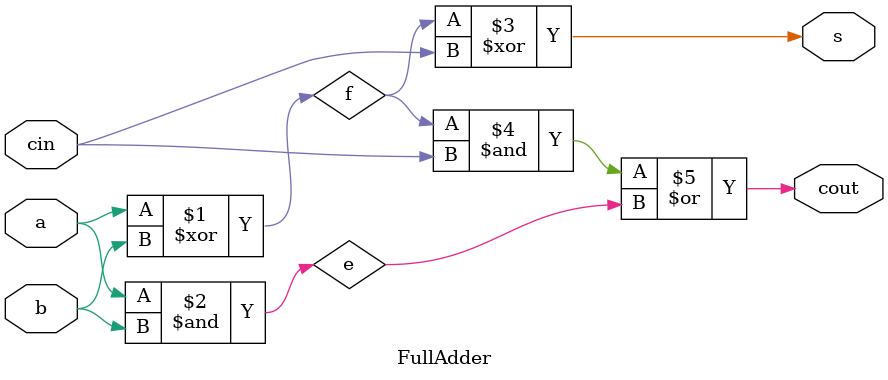
<source format=v>
`timescale 1ns / 1ps


module FullAdder(
    input a,
    input b,
    input cin,
    output s,
    output cout
    );
    wire f,e;
    
    assign f = a ^ b;
    assign e = a & b;
    assign s = f ^ cin;
    assign cout = (f & cin) | e;
    
endmodule
</source>
